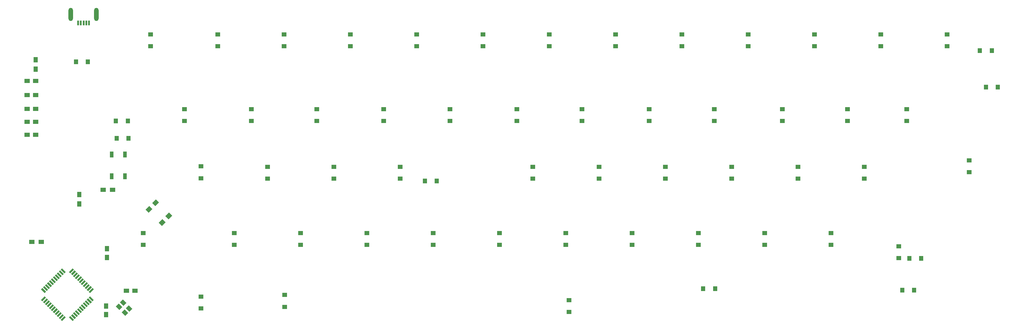
<source format=gbp>
G04 #@! TF.FileFunction,Paste,Bot*
%FSLAX46Y46*%
G04 Gerber Fmt 4.6, Leading zero omitted, Abs format (unit mm)*
G04 Created by KiCad (PCBNEW 4.0.5+dfsg1-4) date Mon May 29 21:52:44 2017*
%MOMM*%
%LPD*%
G01*
G04 APERTURE LIST*
%ADD10C,0.100000*%
%ADD11R,1.500000X1.250000*%
%ADD12R,1.250000X1.500000*%
%ADD13R,1.500000X1.300000*%
%ADD14R,1.000000X1.700000*%
%ADD15R,1.300000X1.500000*%
%ADD16R,0.500000X1.400000*%
%ADD17O,1.300000X3.800000*%
%ADD18R,1.200000X1.400000*%
%ADD19R,1.400000X1.200000*%
G04 APERTURE END LIST*
D10*
G36*
X82137958Y-175116280D02*
X82526866Y-175505188D01*
X81466206Y-176565848D01*
X81077298Y-176176940D01*
X82137958Y-175116280D01*
X82137958Y-175116280D01*
G37*
G36*
X82703643Y-175681966D02*
X83092551Y-176070874D01*
X82031891Y-177131534D01*
X81642983Y-176742626D01*
X82703643Y-175681966D01*
X82703643Y-175681966D01*
G37*
G36*
X83269328Y-176247651D02*
X83658236Y-176636559D01*
X82597576Y-177697219D01*
X82208668Y-177308311D01*
X83269328Y-176247651D01*
X83269328Y-176247651D01*
G37*
G36*
X83835014Y-176813336D02*
X84223922Y-177202244D01*
X83163262Y-178262904D01*
X82774354Y-177873996D01*
X83835014Y-176813336D01*
X83835014Y-176813336D01*
G37*
G36*
X84400699Y-177379022D02*
X84789607Y-177767930D01*
X83728947Y-178828590D01*
X83340039Y-178439682D01*
X84400699Y-177379022D01*
X84400699Y-177379022D01*
G37*
G36*
X84966385Y-177944707D02*
X85355293Y-178333615D01*
X84294633Y-179394275D01*
X83905725Y-179005367D01*
X84966385Y-177944707D01*
X84966385Y-177944707D01*
G37*
G36*
X85532070Y-178510393D02*
X85920978Y-178899301D01*
X84860318Y-179959961D01*
X84471410Y-179571053D01*
X85532070Y-178510393D01*
X85532070Y-178510393D01*
G37*
G36*
X86097756Y-179076078D02*
X86486664Y-179464986D01*
X85426004Y-180525646D01*
X85037096Y-180136738D01*
X86097756Y-179076078D01*
X86097756Y-179076078D01*
G37*
G36*
X86663441Y-179641764D02*
X87052349Y-180030672D01*
X85991689Y-181091332D01*
X85602781Y-180702424D01*
X86663441Y-179641764D01*
X86663441Y-179641764D01*
G37*
G36*
X87229126Y-180207449D02*
X87618034Y-180596357D01*
X86557374Y-181657017D01*
X86168466Y-181268109D01*
X87229126Y-180207449D01*
X87229126Y-180207449D01*
G37*
G36*
X87794812Y-180773134D02*
X88183720Y-181162042D01*
X87123060Y-182222702D01*
X86734152Y-181833794D01*
X87794812Y-180773134D01*
X87794812Y-180773134D01*
G37*
G36*
X88183720Y-184237958D02*
X87794812Y-184626866D01*
X86734152Y-183566206D01*
X87123060Y-183177298D01*
X88183720Y-184237958D01*
X88183720Y-184237958D01*
G37*
G36*
X87618034Y-184803643D02*
X87229126Y-185192551D01*
X86168466Y-184131891D01*
X86557374Y-183742983D01*
X87618034Y-184803643D01*
X87618034Y-184803643D01*
G37*
G36*
X87052349Y-185369328D02*
X86663441Y-185758236D01*
X85602781Y-184697576D01*
X85991689Y-184308668D01*
X87052349Y-185369328D01*
X87052349Y-185369328D01*
G37*
G36*
X86486664Y-185935014D02*
X86097756Y-186323922D01*
X85037096Y-185263262D01*
X85426004Y-184874354D01*
X86486664Y-185935014D01*
X86486664Y-185935014D01*
G37*
G36*
X85920978Y-186500699D02*
X85532070Y-186889607D01*
X84471410Y-185828947D01*
X84860318Y-185440039D01*
X85920978Y-186500699D01*
X85920978Y-186500699D01*
G37*
G36*
X85355293Y-187066385D02*
X84966385Y-187455293D01*
X83905725Y-186394633D01*
X84294633Y-186005725D01*
X85355293Y-187066385D01*
X85355293Y-187066385D01*
G37*
G36*
X84789607Y-187632070D02*
X84400699Y-188020978D01*
X83340039Y-186960318D01*
X83728947Y-186571410D01*
X84789607Y-187632070D01*
X84789607Y-187632070D01*
G37*
G36*
X84223922Y-188197756D02*
X83835014Y-188586664D01*
X82774354Y-187526004D01*
X83163262Y-187137096D01*
X84223922Y-188197756D01*
X84223922Y-188197756D01*
G37*
G36*
X83658236Y-188763441D02*
X83269328Y-189152349D01*
X82208668Y-188091689D01*
X82597576Y-187702781D01*
X83658236Y-188763441D01*
X83658236Y-188763441D01*
G37*
G36*
X83092551Y-189329126D02*
X82703643Y-189718034D01*
X81642983Y-188657374D01*
X82031891Y-188268466D01*
X83092551Y-189329126D01*
X83092551Y-189329126D01*
G37*
G36*
X82526866Y-189894812D02*
X82137958Y-190283720D01*
X81077298Y-189223060D01*
X81466206Y-188834152D01*
X82526866Y-189894812D01*
X82526866Y-189894812D01*
G37*
G36*
X79733794Y-188834152D02*
X80122702Y-189223060D01*
X79062042Y-190283720D01*
X78673134Y-189894812D01*
X79733794Y-188834152D01*
X79733794Y-188834152D01*
G37*
G36*
X79168109Y-188268466D02*
X79557017Y-188657374D01*
X78496357Y-189718034D01*
X78107449Y-189329126D01*
X79168109Y-188268466D01*
X79168109Y-188268466D01*
G37*
G36*
X78602424Y-187702781D02*
X78991332Y-188091689D01*
X77930672Y-189152349D01*
X77541764Y-188763441D01*
X78602424Y-187702781D01*
X78602424Y-187702781D01*
G37*
G36*
X78036738Y-187137096D02*
X78425646Y-187526004D01*
X77364986Y-188586664D01*
X76976078Y-188197756D01*
X78036738Y-187137096D01*
X78036738Y-187137096D01*
G37*
G36*
X77471053Y-186571410D02*
X77859961Y-186960318D01*
X76799301Y-188020978D01*
X76410393Y-187632070D01*
X77471053Y-186571410D01*
X77471053Y-186571410D01*
G37*
G36*
X76905367Y-186005725D02*
X77294275Y-186394633D01*
X76233615Y-187455293D01*
X75844707Y-187066385D01*
X76905367Y-186005725D01*
X76905367Y-186005725D01*
G37*
G36*
X76339682Y-185440039D02*
X76728590Y-185828947D01*
X75667930Y-186889607D01*
X75279022Y-186500699D01*
X76339682Y-185440039D01*
X76339682Y-185440039D01*
G37*
G36*
X75773996Y-184874354D02*
X76162904Y-185263262D01*
X75102244Y-186323922D01*
X74713336Y-185935014D01*
X75773996Y-184874354D01*
X75773996Y-184874354D01*
G37*
G36*
X75208311Y-184308668D02*
X75597219Y-184697576D01*
X74536559Y-185758236D01*
X74147651Y-185369328D01*
X75208311Y-184308668D01*
X75208311Y-184308668D01*
G37*
G36*
X74642626Y-183742983D02*
X75031534Y-184131891D01*
X73970874Y-185192551D01*
X73581966Y-184803643D01*
X74642626Y-183742983D01*
X74642626Y-183742983D01*
G37*
G36*
X74076940Y-183177298D02*
X74465848Y-183566206D01*
X73405188Y-184626866D01*
X73016280Y-184237958D01*
X74076940Y-183177298D01*
X74076940Y-183177298D01*
G37*
G36*
X74465848Y-181833794D02*
X74076940Y-182222702D01*
X73016280Y-181162042D01*
X73405188Y-180773134D01*
X74465848Y-181833794D01*
X74465848Y-181833794D01*
G37*
G36*
X75031534Y-181268109D02*
X74642626Y-181657017D01*
X73581966Y-180596357D01*
X73970874Y-180207449D01*
X75031534Y-181268109D01*
X75031534Y-181268109D01*
G37*
G36*
X75597219Y-180702424D02*
X75208311Y-181091332D01*
X74147651Y-180030672D01*
X74536559Y-179641764D01*
X75597219Y-180702424D01*
X75597219Y-180702424D01*
G37*
G36*
X76162904Y-180136738D02*
X75773996Y-180525646D01*
X74713336Y-179464986D01*
X75102244Y-179076078D01*
X76162904Y-180136738D01*
X76162904Y-180136738D01*
G37*
G36*
X76728590Y-179571053D02*
X76339682Y-179959961D01*
X75279022Y-178899301D01*
X75667930Y-178510393D01*
X76728590Y-179571053D01*
X76728590Y-179571053D01*
G37*
G36*
X77294275Y-179005367D02*
X76905367Y-179394275D01*
X75844707Y-178333615D01*
X76233615Y-177944707D01*
X77294275Y-179005367D01*
X77294275Y-179005367D01*
G37*
G36*
X77859961Y-178439682D02*
X77471053Y-178828590D01*
X76410393Y-177767930D01*
X76799301Y-177379022D01*
X77859961Y-178439682D01*
X77859961Y-178439682D01*
G37*
G36*
X78425646Y-177873996D02*
X78036738Y-178262904D01*
X76976078Y-177202244D01*
X77364986Y-176813336D01*
X78425646Y-177873996D01*
X78425646Y-177873996D01*
G37*
G36*
X78991332Y-177308311D02*
X78602424Y-177697219D01*
X77541764Y-176636559D01*
X77930672Y-176247651D01*
X78991332Y-177308311D01*
X78991332Y-177308311D01*
G37*
G36*
X79557017Y-176742626D02*
X79168109Y-177131534D01*
X78107449Y-176070874D01*
X78496357Y-175681966D01*
X79557017Y-176742626D01*
X79557017Y-176742626D01*
G37*
G36*
X80122702Y-176176940D02*
X79733794Y-176565848D01*
X78673134Y-175505188D01*
X79062042Y-175116280D01*
X80122702Y-176176940D01*
X80122702Y-176176940D01*
G37*
D11*
X100050000Y-181550000D03*
X97550000Y-181550000D03*
D12*
X91750000Y-188450000D03*
X91750000Y-185950000D03*
D11*
X71500000Y-136750000D03*
X69000000Y-136750000D03*
X71500000Y-133000000D03*
X69000000Y-133000000D03*
X71500000Y-129250000D03*
X69000000Y-129250000D03*
X71500000Y-125250000D03*
X69000000Y-125250000D03*
X71500000Y-121250000D03*
X69000000Y-121250000D03*
D12*
X92000000Y-172000000D03*
X92000000Y-169500000D03*
D13*
X90900000Y-152500000D03*
X93600000Y-152500000D03*
X70400000Y-167500000D03*
X73100000Y-167500000D03*
D10*
G36*
X103974695Y-159144543D02*
X103055457Y-158225305D01*
X104116117Y-157164645D01*
X105035355Y-158083883D01*
X103974695Y-159144543D01*
X103974695Y-159144543D01*
G37*
G36*
X105883883Y-157235355D02*
X104964645Y-156316117D01*
X106025305Y-155255457D01*
X106944543Y-156174695D01*
X105883883Y-157235355D01*
X105883883Y-157235355D01*
G37*
G36*
X109825305Y-159055457D02*
X110744543Y-159974695D01*
X109683883Y-161035355D01*
X108764645Y-160116117D01*
X109825305Y-159055457D01*
X109825305Y-159055457D01*
G37*
G36*
X107916117Y-160964645D02*
X108835355Y-161883883D01*
X107774695Y-162944543D01*
X106855457Y-162025305D01*
X107916117Y-160964645D01*
X107916117Y-160964645D01*
G37*
D14*
X97150000Y-148650000D03*
X97150000Y-142350000D03*
X93350000Y-148650000D03*
X93350000Y-142350000D03*
D10*
G36*
X94531192Y-186081802D02*
X95379720Y-185233274D01*
X96369670Y-186223224D01*
X95521142Y-187071752D01*
X94531192Y-186081802D01*
X94531192Y-186081802D01*
G37*
G36*
X96228248Y-187778858D02*
X97076776Y-186930330D01*
X98066726Y-187920280D01*
X97218198Y-188768808D01*
X96228248Y-187778858D01*
X96228248Y-187778858D01*
G37*
G36*
X95733274Y-184879720D02*
X96581802Y-184031192D01*
X97571752Y-185021142D01*
X96723224Y-185869670D01*
X95733274Y-184879720D01*
X95733274Y-184879720D01*
G37*
G36*
X97430330Y-186576776D02*
X98278858Y-185728248D01*
X99268808Y-186718198D01*
X98420280Y-187566726D01*
X97430330Y-186576776D01*
X97430330Y-186576776D01*
G37*
D15*
X71500000Y-117850000D03*
X71500000Y-115150000D03*
X84000000Y-156600000D03*
X84000000Y-153900000D03*
D16*
X83650000Y-104500000D03*
X84450000Y-104500000D03*
X85250000Y-104500000D03*
X86050000Y-104500000D03*
X86850000Y-104500000D03*
D17*
X81600000Y-102100000D03*
X88900000Y-102100000D03*
D18*
X344500000Y-123000000D03*
X347900000Y-123000000D03*
D19*
X333375000Y-107837500D03*
X333375000Y-111237500D03*
D18*
X346200000Y-112500000D03*
X342800000Y-112500000D03*
X320500000Y-181400000D03*
X323900000Y-181400000D03*
X266700000Y-181000000D03*
X263300000Y-181000000D03*
D19*
X224750000Y-184300000D03*
X224750000Y-187700000D03*
X143000000Y-182800000D03*
X143000000Y-186200000D03*
X119000000Y-183300000D03*
X119000000Y-186700000D03*
D18*
X325950000Y-172250000D03*
X322550000Y-172250000D03*
D19*
X319500000Y-168800000D03*
X319500000Y-172200000D03*
X300037500Y-164987500D03*
X300037500Y-168387500D03*
X280987500Y-164987500D03*
X280987500Y-168387500D03*
X261937500Y-164987500D03*
X261937500Y-168387500D03*
X242887500Y-164987500D03*
X242887500Y-168387500D03*
X223837500Y-164987500D03*
X223837500Y-168387500D03*
X204787500Y-164987500D03*
X204787500Y-168387500D03*
X185737500Y-164987500D03*
X185737500Y-168387500D03*
X166687500Y-164987500D03*
X166687500Y-168387500D03*
X147637500Y-164987500D03*
X147637500Y-168387500D03*
X128587500Y-164987500D03*
X128587500Y-168387500D03*
X102393750Y-164987500D03*
X102393750Y-168387500D03*
X339750000Y-144050000D03*
X339750000Y-147450000D03*
X309562500Y-145937500D03*
X309562500Y-149337500D03*
X290512500Y-145937500D03*
X290512500Y-149337500D03*
X271462500Y-145937500D03*
X271462500Y-149337500D03*
X252412500Y-145937500D03*
X252412500Y-149337500D03*
X233362500Y-145937500D03*
X233362500Y-149337500D03*
X214312500Y-145937500D03*
X214312500Y-149337500D03*
D18*
X186700000Y-150000000D03*
X183300000Y-150000000D03*
D19*
X176212500Y-145937500D03*
X176212500Y-149337500D03*
X157162500Y-145937500D03*
X157162500Y-149337500D03*
X138112500Y-145937500D03*
X138112500Y-149337500D03*
X119000000Y-145800000D03*
X119000000Y-149200000D03*
D18*
X94800000Y-137750000D03*
X98200000Y-137750000D03*
D19*
X321750000Y-129300000D03*
X321750000Y-132700000D03*
X304750000Y-129300000D03*
X304750000Y-132700000D03*
X286000000Y-129300000D03*
X286000000Y-132700000D03*
X266500000Y-129300000D03*
X266500000Y-132700000D03*
X247750000Y-129300000D03*
X247750000Y-132700000D03*
X228500000Y-129300000D03*
X228500000Y-132700000D03*
X209750000Y-129300000D03*
X209750000Y-132700000D03*
X190500000Y-129300000D03*
X190500000Y-132700000D03*
X171500000Y-129300000D03*
X171500000Y-132700000D03*
X152250000Y-129300000D03*
X152250000Y-132700000D03*
X133500000Y-129300000D03*
X133500000Y-132700000D03*
X114250000Y-129300000D03*
X114250000Y-132700000D03*
D18*
X94550000Y-132750000D03*
X97950000Y-132750000D03*
D19*
X314325000Y-107837500D03*
X314325000Y-111237500D03*
X295275000Y-107837500D03*
X295275000Y-111237500D03*
X276225000Y-107837500D03*
X276225000Y-111237500D03*
X257175000Y-107837500D03*
X257175000Y-111237500D03*
X238125000Y-107837500D03*
X238125000Y-111237500D03*
X219075000Y-107837500D03*
X219075000Y-111237500D03*
X200025000Y-107837500D03*
X200025000Y-111237500D03*
X161925000Y-107837500D03*
X161925000Y-111237500D03*
X142875000Y-107837500D03*
X142875000Y-111237500D03*
X123825000Y-107837500D03*
X123825000Y-111237500D03*
X104500000Y-107800000D03*
X104500000Y-111200000D03*
D18*
X83050000Y-115750000D03*
X86450000Y-115750000D03*
D19*
X180975000Y-107837500D03*
X180975000Y-111237500D03*
M02*

</source>
